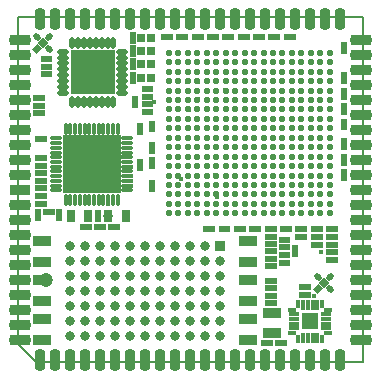
<source format=gts>
G04 Layer_Color=30550*
%FSLAX44Y44*%
%MOMM*%
G71*
G01*
G75*
%ADD33C,0.2000*%
%ADD56R,1.5032X0.9532*%
%ADD57R,0.5032X0.5032*%
%ADD58R,0.5032X0.5032*%
G04:AMPARAMS|DCode=59|XSize=0.5032mm|YSize=0.7032mm|CornerRadius=0mm|HoleSize=0mm|Usage=FLASHONLY|Rotation=135.000|XOffset=0mm|YOffset=0mm|HoleType=Round|Shape=Rectangle|*
%AMROTATEDRECTD59*
4,1,4,0.4265,0.0707,-0.0707,-0.4265,-0.4265,-0.0707,0.0707,0.4265,0.4265,0.0707,0.0*
%
%ADD59ROTATEDRECTD59*%

G04:AMPARAMS|DCode=60|XSize=0.5032mm|YSize=0.7032mm|CornerRadius=0mm|HoleSize=0mm|Usage=FLASHONLY|Rotation=225.000|XOffset=0mm|YOffset=0mm|HoleType=Round|Shape=Round|*
%AMOVALD60*
21,1,0.2000,0.5032,0.0000,0.0000,315.0*
1,1,0.5032,-0.0707,0.0707*
1,1,0.5032,0.0707,-0.0707*
%
%ADD60OVALD60*%

G04:AMPARAMS|DCode=61|XSize=0.5032mm|YSize=0.7032mm|CornerRadius=0mm|HoleSize=0mm|Usage=FLASHONLY|Rotation=135.000|XOffset=0mm|YOffset=0mm|HoleType=Round|Shape=Round|*
%AMOVALD61*
21,1,0.2000,0.5032,0.0000,0.0000,225.0*
1,1,0.5032,0.0707,0.0707*
1,1,0.5032,-0.0707,-0.0707*
%
%ADD61OVALD61*%

%ADD62P,0.9945X4X180.0*%
%ADD63R,1.4032X1.4032*%
%ADD64R,0.4032X0.6532*%
%ADD65R,0.4032X0.9032*%
%ADD66R,0.6532X0.4032*%
%ADD67R,0.9032X0.4032*%
%ADD68R,0.8382X0.8382*%
%ADD69C,0.8382*%
%ADD70R,3.8032X3.8032*%
%ADD71O,0.5032X1.0032*%
%ADD72O,1.0032X0.5032*%
%ADD73C,0.5532*%
%ADD74R,0.8032X1.0032*%
%ADD75O,0.4032X1.0032*%
%ADD76O,1.0032X0.4032*%
%ADD77R,4.9032X4.9032*%
%ADD78R,0.7032X0.7032*%
%ADD79R,1.8032X0.9032*%
G04:AMPARAMS|DCode=80|XSize=0.9032mm|YSize=1.8032mm|CornerRadius=0.2766mm|HoleSize=0mm|Usage=FLASHONLY|Rotation=90.000|XOffset=0mm|YOffset=0mm|HoleType=Round|Shape=RoundedRectangle|*
%AMROUNDEDRECTD80*
21,1,0.9032,1.2500,0,0,90.0*
21,1,0.3500,1.8032,0,0,90.0*
1,1,0.5532,0.6250,0.1750*
1,1,0.5532,0.6250,-0.1750*
1,1,0.5532,-0.6250,-0.1750*
1,1,0.5532,-0.6250,0.1750*
%
%ADD80ROUNDEDRECTD80*%
G04:AMPARAMS|DCode=81|XSize=0.9032mm|YSize=1.8032mm|CornerRadius=0.2766mm|HoleSize=0mm|Usage=FLASHONLY|Rotation=180.000|XOffset=0mm|YOffset=0mm|HoleType=Round|Shape=RoundedRectangle|*
%AMROUNDEDRECTD81*
21,1,0.9032,1.2500,0,0,180.0*
21,1,0.3500,1.8032,0,0,180.0*
1,1,0.5532,-0.1750,0.6250*
1,1,0.5532,0.1750,0.6250*
1,1,0.5532,0.1750,-0.6250*
1,1,0.5532,-0.1750,-0.6250*
%
%ADD81ROUNDEDRECTD81*%
%ADD82C,0.4032*%
%ADD83C,0.6032*%
%ADD84C,0.8032*%
%ADD85C,1.2032*%
D33*
X16200Y-6500D02*
X21900D01*
X28900D02*
X34600D01*
X41600D02*
X47300D01*
X54300D02*
X60000D01*
X67000D02*
X72700D01*
X79700D02*
X85400D01*
X92400D02*
X98100D01*
X105100D02*
X110800D01*
X117800D02*
X123500D01*
X130500D02*
X136200D01*
X143200D02*
X148900D01*
X155900D02*
X161600D01*
X168600D02*
X174300D01*
X181300D02*
X187000D01*
X194000D02*
X199700D01*
X206700D02*
X212400D01*
X219400D02*
X225100D01*
X231846D02*
X237546D01*
X244546D02*
X250246D01*
X257246D02*
X262946D01*
X285900Y257246D02*
Y262946D01*
X285900Y250246D02*
X285900Y244546D01*
Y231846D02*
Y237546D01*
Y219400D02*
Y225100D01*
X285900Y212400D02*
X285900Y206700D01*
Y194000D02*
Y199700D01*
Y181300D02*
Y187000D01*
X285900Y168600D02*
X285900Y174300D01*
Y155900D02*
Y161600D01*
X285900Y148900D02*
X285900Y143200D01*
Y130500D02*
Y136200D01*
Y117800D02*
Y123500D01*
X285900Y105100D02*
X285900Y110800D01*
Y92400D02*
Y98100D01*
X285900Y85400D02*
X285900Y79700D01*
Y67000D02*
Y72700D01*
Y54300D02*
Y60000D01*
X285900Y41600D02*
Y47300D01*
X285900Y28900D02*
Y34600D01*
X285900Y21900D02*
X285900Y16200D01*
X16454Y285900D02*
X22154D01*
X29154Y285900D02*
X34854Y285900D01*
X41854D02*
X47554D01*
X54300D02*
X60000D01*
X67000Y285900D02*
X72700Y285900D01*
X79700D02*
X85400D01*
X92400D02*
X98100D01*
X105100D02*
X110800Y285900D01*
X117800Y285900D02*
X123500D01*
X130500Y285900D02*
X136200Y285900D01*
X143200D02*
X148900D01*
X155900D02*
X161600D01*
X168600D02*
X174300Y285900D01*
X181300Y285900D02*
X187000D01*
X194000Y285900D02*
X199700Y285900D01*
X206700D02*
X212400D01*
X219400D02*
X225100D01*
X232100Y285900D02*
X237800D01*
X244800Y285900D02*
X250500D01*
X257500Y285900D02*
X263200Y285900D01*
X-6500Y16454D02*
Y22154D01*
Y34854D02*
X-6500Y29154D01*
X-6500Y41854D02*
Y47554D01*
Y54300D02*
Y60000D01*
Y72700D02*
X-6500Y67000D01*
X-6500Y79700D02*
Y85400D01*
Y92400D02*
Y98100D01*
Y105100D02*
X-6500Y110800D01*
X-6500Y117800D02*
Y123500D01*
Y136200D02*
X-6500Y130500D01*
X-6500Y143200D02*
Y148900D01*
Y155900D02*
Y161600D01*
Y168600D02*
X-6500Y174300D01*
X-6500Y181300D02*
Y187000D01*
Y199700D02*
X-6500Y194000D01*
X-6500Y206700D02*
Y212400D01*
Y219400D02*
Y225100D01*
X-6500Y232100D02*
Y237800D01*
X-6500Y244800D02*
Y250500D01*
Y263200D02*
X-6500Y257500D01*
X-6500Y269946D02*
Y285900D01*
X9454D01*
X285900Y269946D02*
Y285900D01*
X269946D02*
X285900D01*
X269946Y-6500D02*
X285900D01*
Y9454D01*
X-6500D02*
X9454Y-6500D01*
X-11176Y137160D02*
Y142240D01*
X-10470Y142946D02*
X-6500D01*
X-10470Y136454D02*
X-6500D01*
X-11176Y142240D02*
X-10470Y142946D01*
X-11176Y137160D02*
X-10470Y136454D01*
X-11176Y124460D02*
Y129540D01*
X-10470Y130246D02*
X-6500D01*
X-10470Y123754D02*
X-6500D01*
X-11176Y129540D02*
X-10470Y130246D01*
X-11176Y124460D02*
X-10470Y123754D01*
X-11176Y111760D02*
Y116840D01*
X-10470Y117546D02*
X-6500D01*
X-10470Y111054D02*
X-6500D01*
X-11176Y116840D02*
X-10470Y117546D01*
X-11176Y111760D02*
X-10470Y111054D01*
X-11176Y99060D02*
Y104140D01*
X-10470Y104846D02*
X-6500D01*
X-10470Y98354D02*
X-6500D01*
X-11176Y104140D02*
X-10470Y104846D01*
X-11176Y99060D02*
X-10470Y98354D01*
X-11176Y86360D02*
Y91440D01*
X-10470Y92146D02*
X-6500D01*
X-10470Y85654D02*
X-6500D01*
X-11176Y91440D02*
X-10470Y92146D01*
X-11176Y86360D02*
X-10470Y85654D01*
X-11176Y73660D02*
Y78740D01*
X-10470Y79446D02*
X-6500D01*
X-10470Y72954D02*
X-6500D01*
X-11176Y78740D02*
X-10470Y79446D01*
X-11176Y73660D02*
X-10470Y72954D01*
X-11176Y60960D02*
Y66040D01*
X-10470Y66746D02*
X-6500D01*
X-10470Y60254D02*
X-6500D01*
X-11176Y66040D02*
X-10470Y66746D01*
X-11176Y60960D02*
X-10470Y60254D01*
X-11176Y48260D02*
Y53340D01*
X-10470Y54046D02*
X-6500D01*
X-10470Y47554D02*
X-6500D01*
X-11176Y53340D02*
X-10470Y54046D01*
X-11176Y48260D02*
X-10470Y47554D01*
X-11176Y35560D02*
Y40640D01*
X-10470Y41346D02*
X-6500D01*
X-10470Y34854D02*
X-6500D01*
X-11176Y40640D02*
X-10470Y41346D01*
X-11176Y35560D02*
X-10470Y34854D01*
X-11176Y22860D02*
Y27940D01*
X-10470Y28646D02*
X-6500D01*
X-10470Y22154D02*
X-6500D01*
X-11176Y27940D02*
X-10470Y28646D01*
X-11176Y22860D02*
X-10470Y22154D01*
X-11176Y10160D02*
Y15240D01*
X-10470Y15946D02*
X-6500D01*
X-10470Y9454D02*
X-6500D01*
X-11176Y15240D02*
X-10470Y15946D01*
X-11176Y10160D02*
X-10470Y9454D01*
X10160Y-11176D02*
X15240D01*
X9454Y-10470D02*
Y-6500D01*
X15946Y-10470D02*
Y-6500D01*
X9454Y-10470D02*
X10160Y-11176D01*
X15240D02*
X15946Y-10470D01*
X22860Y-11176D02*
X27940D01*
X22154Y-10470D02*
Y-6500D01*
X28646Y-10470D02*
Y-6500D01*
X22154Y-10470D02*
X22860Y-11176D01*
X27940D02*
X28646Y-10470D01*
X35560Y-11176D02*
X40640D01*
X34854Y-10470D02*
Y-6500D01*
X41346Y-10470D02*
Y-6500D01*
X34854Y-10470D02*
X35560Y-11176D01*
X40640D02*
X41346Y-10470D01*
X48260Y-11176D02*
X53340D01*
X47554Y-10470D02*
Y-6500D01*
X54046Y-10470D02*
Y-6500D01*
X47554Y-10470D02*
X48260Y-11176D01*
X53340D02*
X54046Y-10470D01*
X60960Y-11176D02*
X66040D01*
X60254Y-10470D02*
Y-6500D01*
X66746Y-10470D02*
Y-6500D01*
X60254Y-10470D02*
X60960Y-11176D01*
X66040D02*
X66746Y-10470D01*
X73660Y-11176D02*
X78740D01*
X72954Y-10470D02*
Y-6500D01*
X79446Y-10470D02*
Y-6500D01*
X72954Y-10470D02*
X73660Y-11176D01*
X78740D02*
X79446Y-10470D01*
X86360Y-11176D02*
X91440D01*
X85654Y-10470D02*
Y-6500D01*
X92146Y-10470D02*
Y-6500D01*
X85654Y-10470D02*
X86360Y-11176D01*
X91440D02*
X92146Y-10470D01*
X99060Y-11176D02*
X104140D01*
X98354Y-10470D02*
Y-6500D01*
X104846Y-10470D02*
Y-6500D01*
X98354Y-10470D02*
X99060Y-11176D01*
X104140D02*
X104846Y-10470D01*
X111760Y-11176D02*
X116840D01*
X111054Y-10470D02*
Y-6500D01*
X117546Y-10470D02*
Y-6500D01*
X111054Y-10470D02*
X111760Y-11176D01*
X116840D02*
X117546Y-10470D01*
X124460Y-11176D02*
X129540D01*
X123754Y-10470D02*
Y-6500D01*
X130246Y-10470D02*
Y-6500D01*
X123754Y-10470D02*
X124460Y-11176D01*
X129540D02*
X130246Y-10470D01*
X137160Y-11176D02*
X142240D01*
X136454Y-10470D02*
Y-6500D01*
X142946Y-10470D02*
Y-6500D01*
X136454Y-10470D02*
X137160Y-11176D01*
X142240D02*
X142946Y-10470D01*
X149860Y-11176D02*
X154940D01*
X149154Y-10470D02*
Y-6500D01*
X155646Y-10470D02*
Y-6500D01*
X149154Y-10470D02*
X149860Y-11176D01*
X154940D02*
X155646Y-10470D01*
X162560Y-11176D02*
X167640D01*
X161854Y-10470D02*
Y-6500D01*
X168346Y-10470D02*
Y-6500D01*
X161854Y-10470D02*
X162560Y-11176D01*
X167640D02*
X168346Y-10470D01*
X175260Y-11176D02*
X180340D01*
X174554Y-10470D02*
Y-6500D01*
X181046Y-10470D02*
Y-6500D01*
X174554Y-10470D02*
X175260Y-11176D01*
X180340D02*
X181046Y-10470D01*
X187960Y-11176D02*
X193040D01*
X187254Y-10470D02*
Y-6500D01*
X193746Y-10470D02*
Y-6500D01*
X187254Y-10470D02*
X187960Y-11176D01*
X193040D02*
X193746Y-10470D01*
X200660Y-11176D02*
X205740D01*
X199954Y-10470D02*
Y-6500D01*
X206446Y-10470D02*
Y-6500D01*
X199954Y-10470D02*
X200660Y-11176D01*
X205740D02*
X206446Y-10470D01*
X213360Y-11176D02*
X218440D01*
X212654Y-10470D02*
Y-6500D01*
X219146Y-10470D02*
Y-6500D01*
X212654Y-10470D02*
X213360Y-11176D01*
X218440D02*
X219146Y-10470D01*
X226060Y-11176D02*
X231140D01*
X225354Y-10470D02*
Y-6500D01*
X231846Y-10470D02*
Y-6500D01*
X225354Y-10470D02*
X226060Y-11176D01*
X231140D02*
X231846Y-10470D01*
X238760Y-11176D02*
X243840D01*
X238054Y-10470D02*
Y-6500D01*
X244546Y-10470D02*
Y-6500D01*
X238054Y-10470D02*
X238760Y-11176D01*
X243840D02*
X244546Y-10470D01*
X251460Y-11176D02*
X256540D01*
X250754Y-10470D02*
Y-6500D01*
X257246Y-10470D02*
Y-6500D01*
X250754Y-10470D02*
X251460Y-11176D01*
X256540D02*
X257246Y-10470D01*
X264160Y-11176D02*
X269240D01*
X263454Y-10470D02*
Y-6500D01*
X269946Y-10470D02*
Y-6500D01*
X263454Y-10470D02*
X264160Y-11176D01*
X269240D02*
X269946Y-10470D01*
X290576Y10160D02*
Y15240D01*
X285900Y9454D02*
X289870D01*
X285900Y15946D02*
X289870D01*
Y9454D02*
X290576Y10160D01*
X289870Y15946D02*
X290576Y15240D01*
Y22860D02*
Y27940D01*
X285900Y22154D02*
X289870D01*
X285900Y28646D02*
X289870D01*
Y22154D02*
X290576Y22860D01*
X289870Y28646D02*
X290576Y27940D01*
Y35560D02*
Y40640D01*
X285900Y34854D02*
X289870D01*
X285900Y41346D02*
X289870D01*
Y34854D02*
X290576Y35560D01*
X289870Y41346D02*
X290576Y40640D01*
Y48260D02*
Y53340D01*
X285900Y47554D02*
X289870D01*
X285900Y54046D02*
X289870D01*
Y47554D02*
X290576Y48260D01*
X289870Y54046D02*
X290576Y53340D01*
Y60960D02*
Y66040D01*
X285900Y60254D02*
X289870D01*
X285900Y66746D02*
X289870D01*
Y60254D02*
X290576Y60960D01*
X289870Y66746D02*
X290576Y66040D01*
Y73660D02*
Y78740D01*
X285900Y72954D02*
X289870D01*
X285900Y79446D02*
X289870D01*
Y72954D02*
X290576Y73660D01*
X289870Y79446D02*
X290576Y78740D01*
Y86360D02*
Y91440D01*
X285900Y85654D02*
X289870D01*
X285900Y92146D02*
X289870D01*
Y85654D02*
X290576Y86360D01*
X289870Y92146D02*
X290576Y91440D01*
Y99060D02*
Y104140D01*
X285900Y98354D02*
X289870D01*
X285900Y104846D02*
X289870D01*
Y98354D02*
X290576Y99060D01*
X289870Y104846D02*
X290576Y104140D01*
Y111760D02*
Y116840D01*
X285900Y111054D02*
X289870D01*
X285900Y117546D02*
X289870D01*
Y111054D02*
X290576Y111760D01*
X289870Y117546D02*
X290576Y116840D01*
Y124460D02*
Y129540D01*
X285900Y123754D02*
X289870D01*
X285900Y130246D02*
X289870D01*
Y123754D02*
X290576Y124460D01*
X289870Y130246D02*
X290576Y129540D01*
Y137160D02*
Y142240D01*
X285900Y136454D02*
X289870D01*
X285900Y142946D02*
X289870D01*
Y136454D02*
X290576Y137160D01*
X289870Y142946D02*
X290576Y142240D01*
Y149860D02*
Y154940D01*
X285900Y149154D02*
X289870D01*
X285900Y155646D02*
X289870D01*
Y149154D02*
X290576Y149860D01*
X289870Y155646D02*
X290576Y154940D01*
Y162560D02*
Y167640D01*
X285900Y161854D02*
X289870D01*
X285900Y168346D02*
X289870D01*
Y161854D02*
X290576Y162560D01*
X289870Y168346D02*
X290576Y167640D01*
Y175260D02*
Y180340D01*
X285900Y174554D02*
X289870D01*
X285900Y181046D02*
X289870D01*
Y174554D02*
X290576Y175260D01*
X289870Y181046D02*
X290576Y180340D01*
Y187960D02*
Y193040D01*
X285900Y187254D02*
X289870D01*
X285900Y193746D02*
X289870D01*
Y187254D02*
X290576Y187960D01*
X289870Y193746D02*
X290576Y193040D01*
Y200660D02*
Y205740D01*
X285900Y199954D02*
X289870D01*
X285900Y206446D02*
X289870D01*
Y199954D02*
X290576Y200660D01*
X289870Y206446D02*
X290576Y205740D01*
Y213360D02*
Y218440D01*
X285900Y212654D02*
X289870D01*
X285900Y219146D02*
X289870D01*
Y212654D02*
X290576Y213360D01*
X289870Y219146D02*
X290576Y218440D01*
Y226060D02*
Y231140D01*
X285900Y225354D02*
X289870D01*
X285900Y231846D02*
X289870D01*
Y225354D02*
X290576Y226060D01*
X289870Y231846D02*
X290576Y231140D01*
Y238760D02*
Y243840D01*
X285900Y238054D02*
X289870D01*
X285900Y244546D02*
X289870D01*
Y238054D02*
X290576Y238760D01*
X289870Y244546D02*
X290576Y243840D01*
Y251460D02*
Y256540D01*
X285900Y250754D02*
X289870D01*
X285900Y257246D02*
X289870D01*
Y250754D02*
X290576Y251460D01*
X289870Y257246D02*
X290576Y256540D01*
Y264160D02*
Y269240D01*
X285900Y263454D02*
X289870D01*
X285900Y269946D02*
X289870D01*
Y263454D02*
X290576Y264160D01*
X289870Y269946D02*
X290576Y269240D01*
X264160Y290576D02*
X269240D01*
X269946Y285900D02*
Y289870D01*
X263454Y285900D02*
Y289870D01*
X269240Y290576D02*
X269946Y289870D01*
X263454D02*
X264160Y290576D01*
X251460D02*
X256540D01*
X257246Y285900D02*
Y289870D01*
X250754Y285900D02*
Y289870D01*
X256540Y290576D02*
X257246Y289870D01*
X250754D02*
X251460Y290576D01*
X238760D02*
X243840D01*
X244546Y285900D02*
Y289870D01*
X238054Y285900D02*
Y289870D01*
X243840Y290576D02*
X244546Y289870D01*
X238054D02*
X238760Y290576D01*
X226060D02*
X231140D01*
X231846Y285900D02*
Y289870D01*
X225354Y285900D02*
Y289870D01*
X231140Y290576D02*
X231846Y289870D01*
X225354D02*
X226060Y290576D01*
X213360D02*
X218440D01*
X219146Y285900D02*
Y289870D01*
X212654Y285900D02*
Y289870D01*
X218440Y290576D02*
X219146Y289870D01*
X212654D02*
X213360Y290576D01*
X200660D02*
X205740D01*
X206446Y285900D02*
Y289870D01*
X199954Y285900D02*
Y289870D01*
X205740Y290576D02*
X206446Y289870D01*
X199954D02*
X200660Y290576D01*
X187960D02*
X193040D01*
X193746Y285900D02*
Y289870D01*
X187254Y285900D02*
Y289870D01*
X193040Y290576D02*
X193746Y289870D01*
X187254D02*
X187960Y290576D01*
X175260D02*
X180340D01*
X181046Y285900D02*
Y289870D01*
X174554Y285900D02*
Y289870D01*
X180340Y290576D02*
X181046Y289870D01*
X174554D02*
X175260Y290576D01*
X162560D02*
X167640D01*
X168346Y285900D02*
Y289870D01*
X161854Y285900D02*
Y289870D01*
X167640Y290576D02*
X168346Y289870D01*
X161854D02*
X162560Y290576D01*
X149860D02*
X154940D01*
X155646Y285900D02*
Y289870D01*
X149154Y285900D02*
Y289870D01*
X154940Y290576D02*
X155646Y289870D01*
X149154D02*
X149860Y290576D01*
X137160D02*
X142240D01*
X142946Y285900D02*
Y289870D01*
X136454Y285900D02*
Y289870D01*
X142240Y290576D02*
X142946Y289870D01*
X136454D02*
X137160Y290576D01*
X124460D02*
X129540D01*
X130246Y285900D02*
Y289870D01*
X123754Y285900D02*
Y289870D01*
X129540Y290576D02*
X130246Y289870D01*
X123754D02*
X124460Y290576D01*
X111760D02*
X116840D01*
X117546Y285900D02*
Y289870D01*
X111054Y285900D02*
Y289870D01*
X116840Y290576D02*
X117546Y289870D01*
X111054D02*
X111760Y290576D01*
X99060D02*
X104140D01*
X104846Y285900D02*
Y289870D01*
X98354Y285900D02*
Y289870D01*
X104140Y290576D02*
X104846Y289870D01*
X98354D02*
X99060Y290576D01*
X86360D02*
X91440D01*
X92146Y285900D02*
Y289870D01*
X85654Y285900D02*
Y289870D01*
X91440Y290576D02*
X92146Y289870D01*
X85654D02*
X86360Y290576D01*
X73660D02*
X78740D01*
X79446Y285900D02*
Y289870D01*
X72954Y285900D02*
Y289870D01*
X78740Y290576D02*
X79446Y289870D01*
X72954D02*
X73660Y290576D01*
X60960D02*
X66040D01*
X66746Y285900D02*
Y289870D01*
X60254Y285900D02*
Y289870D01*
X66040Y290576D02*
X66746Y289870D01*
X60254D02*
X60960Y290576D01*
X48260D02*
X53340D01*
X54046Y285900D02*
Y289870D01*
X47554Y285900D02*
Y289870D01*
X53340Y290576D02*
X54046Y289870D01*
X47554D02*
X48260Y290576D01*
X35560D02*
X40640D01*
X41346Y285900D02*
Y289870D01*
X34854Y285900D02*
Y289870D01*
X40640Y290576D02*
X41346Y289870D01*
X34854D02*
X35560Y290576D01*
X22860D02*
X27940D01*
X28646Y285900D02*
Y289870D01*
X22154Y285900D02*
Y289870D01*
X27940Y290576D02*
X28646Y289870D01*
X22154D02*
X22860Y290576D01*
X10160D02*
X15240D01*
X15946Y285900D02*
Y289870D01*
X9454Y285900D02*
Y289870D01*
X15240Y290576D02*
X15946Y289870D01*
X9454D02*
X10160Y290576D01*
X-11176Y264160D02*
Y269240D01*
X-10470Y269946D02*
X-6500D01*
X-10470Y263454D02*
X-6500D01*
X-11176Y269240D02*
X-10470Y269946D01*
X-11176Y264160D02*
X-10470Y263454D01*
X-11176Y251460D02*
Y256540D01*
X-10470Y257246D02*
X-6500D01*
X-10470Y250754D02*
X-6500D01*
X-11176Y256540D02*
X-10470Y257246D01*
X-11176Y251460D02*
X-10470Y250754D01*
X-11176Y238760D02*
Y243840D01*
X-10470Y244546D02*
X-6500D01*
X-10470Y238054D02*
X-6500D01*
X-11176Y243840D02*
X-10470Y244546D01*
X-11176Y238760D02*
X-10470Y238054D01*
X-11176Y226060D02*
Y231140D01*
X-10470Y231846D02*
X-6500D01*
X-10470Y225354D02*
X-6500D01*
X-11176Y231140D02*
X-10470Y231846D01*
X-11176Y226060D02*
X-10470Y225354D01*
X-11176Y213360D02*
Y218440D01*
X-10470Y219146D02*
X-6500D01*
X-10470Y212654D02*
X-6500D01*
X-11176Y218440D02*
X-10470Y219146D01*
X-11176Y213360D02*
X-10470Y212654D01*
X-11176Y200660D02*
Y205740D01*
X-10470Y206446D02*
X-6500D01*
X-10470Y199954D02*
X-6500D01*
X-11176Y205740D02*
X-10470Y206446D01*
X-11176Y200660D02*
X-10470Y199954D01*
X-11176Y187960D02*
Y193040D01*
X-10470Y193746D02*
X-6500D01*
X-10470Y187254D02*
X-6500D01*
X-11176Y193040D02*
X-10470Y193746D01*
X-11176Y187960D02*
X-10470Y187254D01*
X-11176Y175260D02*
Y180340D01*
X-10470Y181046D02*
X-6500D01*
X-10470Y174554D02*
X-6500D01*
X-11176Y180340D02*
X-10470Y181046D01*
X-11176Y175260D02*
X-10470Y174554D01*
X-11176Y162560D02*
Y167640D01*
X-10470Y168346D02*
X-6500D01*
X-10470Y161854D02*
X-6500D01*
X-11176Y167640D02*
X-10470Y168346D01*
X-11176Y162560D02*
X-10470Y161854D01*
X-11176Y149860D02*
Y154940D01*
X-10470Y155646D02*
X-6500D01*
X-10470Y149154D02*
X-6500D01*
X-11176Y154940D02*
X-10470Y155646D01*
X-11176Y149860D02*
X-10470Y149154D01*
D56*
X188300Y78500D02*
D03*
X188300Y96000D02*
D03*
Y63000D02*
D03*
X188300Y45500D02*
D03*
X188300Y30000D02*
D03*
Y12500D02*
D03*
X14300Y30000D02*
D03*
X14300Y12500D02*
D03*
X14300Y63000D02*
D03*
X14300Y45500D02*
D03*
X14300Y78500D02*
D03*
X14300Y96000D02*
D03*
X209250Y35750D02*
D03*
Y18250D02*
D03*
D57*
X10500Y128000D02*
D03*
X15500D02*
D03*
X15500Y237500D02*
D03*
X20500D02*
D03*
X15500Y244000D02*
D03*
X20500D02*
D03*
X239250Y50750D02*
D03*
X234250D02*
D03*
X15500Y147500D02*
D03*
X10500D02*
D03*
X17500Y120500D02*
D03*
X22500D02*
D03*
X10500Y141250D02*
D03*
X15500D02*
D03*
X10500Y183000D02*
D03*
X15500D02*
D03*
X10500Y134250D02*
D03*
X15500D02*
D03*
X10500Y160000D02*
D03*
X15500D02*
D03*
X10500Y153750D02*
D03*
X15500D02*
D03*
X234250Y57250D02*
D03*
X239250D02*
D03*
X15500Y166250D02*
D03*
X10500D02*
D03*
X54000Y108250D02*
D03*
X49000D02*
D03*
X66000Y108250D02*
D03*
X61000D02*
D03*
X78000D02*
D03*
X73000D02*
D03*
X20500Y250500D02*
D03*
X15500D02*
D03*
X205250Y43750D02*
D03*
X210250D02*
D03*
X217000Y91000D02*
D03*
X222000D02*
D03*
X205250Y106250D02*
D03*
X210250D02*
D03*
X219000Y10000D02*
D03*
X214000D02*
D03*
X9500Y205000D02*
D03*
X14500D02*
D03*
X9500Y211000D02*
D03*
X14500D02*
D03*
Y217000D02*
D03*
X9500D02*
D03*
X202000Y10000D02*
D03*
X207000D02*
D03*
X205250Y50000D02*
D03*
X210250D02*
D03*
X205250Y56250D02*
D03*
X210250D02*
D03*
X205250Y62500D02*
D03*
X210250D02*
D03*
X205250Y75000D02*
D03*
X210250D02*
D03*
X205250Y93750D02*
D03*
X210250D02*
D03*
X205250Y100000D02*
D03*
X210250D02*
D03*
X217000Y97500D02*
D03*
X222000D02*
D03*
X222000Y84500D02*
D03*
X217000D02*
D03*
X117500Y269250D02*
D03*
X122500D02*
D03*
X208500D02*
D03*
X213500D02*
D03*
X106000Y212000D02*
D03*
X101000D02*
D03*
X101000Y218500D02*
D03*
X106000D02*
D03*
X156500Y269250D02*
D03*
X161500D02*
D03*
X135500D02*
D03*
X130500D02*
D03*
X106000Y225000D02*
D03*
X101000D02*
D03*
Y205500D02*
D03*
X106000D02*
D03*
X143500Y269250D02*
D03*
X148500D02*
D03*
X169500Y269250D02*
D03*
X174500D02*
D03*
X187500D02*
D03*
X182500D02*
D03*
X195500D02*
D03*
X200500D02*
D03*
X226500D02*
D03*
X221500D02*
D03*
X218250Y106250D02*
D03*
X223250D02*
D03*
X249250D02*
D03*
X244250D02*
D03*
X192250D02*
D03*
X197250D02*
D03*
X153250Y106250D02*
D03*
X158250D02*
D03*
X179250D02*
D03*
X184250D02*
D03*
X171250Y106250D02*
D03*
X166250D02*
D03*
X236250D02*
D03*
X231250D02*
D03*
X249250Y99750D02*
D03*
X244250D02*
D03*
X210250Y81250D02*
D03*
X205250D02*
D03*
X222000Y78000D02*
D03*
X217000D02*
D03*
X210250Y87500D02*
D03*
X205250D02*
D03*
X236250Y99750D02*
D03*
X231250D02*
D03*
X244250Y93250D02*
D03*
X249250D02*
D03*
X262250Y86750D02*
D03*
X257250D02*
D03*
X262250Y93250D02*
D03*
X257250D02*
D03*
X262250Y106250D02*
D03*
X257250D02*
D03*
X262250Y99750D02*
D03*
X257250D02*
D03*
X262250Y80250D02*
D03*
X257250D02*
D03*
D58*
X93000Y216750D02*
D03*
Y211750D02*
D03*
X29000Y115500D02*
D03*
Y120500D02*
D03*
X10750Y115500D02*
D03*
Y120500D02*
D03*
X62000Y115250D02*
D03*
Y120250D02*
D03*
X97000Y163250D02*
D03*
Y158250D02*
D03*
Y193750D02*
D03*
Y188750D02*
D03*
X91000Y265500D02*
D03*
Y270500D02*
D03*
Y259500D02*
D03*
Y254500D02*
D03*
Y248500D02*
D03*
Y243500D02*
D03*
Y231500D02*
D03*
Y236500D02*
D03*
X228250Y85250D02*
D03*
Y90250D02*
D03*
X270250Y257500D02*
D03*
Y262500D02*
D03*
X270250Y236500D02*
D03*
Y231500D02*
D03*
Y218500D02*
D03*
Y223500D02*
D03*
Y210500D02*
D03*
Y205500D02*
D03*
Y192500D02*
D03*
Y197500D02*
D03*
X107500Y190750D02*
D03*
Y195750D02*
D03*
X270250Y180750D02*
D03*
Y175750D02*
D03*
Y167750D02*
D03*
Y162750D02*
D03*
Y149750D02*
D03*
Y154750D02*
D03*
X107500Y177250D02*
D03*
Y172250D02*
D03*
Y160250D02*
D03*
Y165250D02*
D03*
Y145250D02*
D03*
Y140250D02*
D03*
D59*
X248250Y56000D02*
D03*
X10000Y259000D02*
D03*
D60*
X258250Y56000D02*
D03*
X248250Y66000D02*
D03*
X10000Y269000D02*
D03*
X20000Y259000D02*
D03*
D61*
X258250Y66000D02*
D03*
X20000Y269000D02*
D03*
D62*
X253250Y61000D02*
D03*
X15000Y264000D02*
D03*
D63*
X241250Y28250D02*
D03*
D64*
X231250Y43250D02*
D03*
X251250D02*
D03*
Y13250D02*
D03*
X231250Y13250D02*
D03*
D65*
X235250Y42000D02*
D03*
X239250D02*
D03*
X243250D02*
D03*
X247250D02*
D03*
Y14500D02*
D03*
X243250D02*
D03*
X239250D02*
D03*
X235250D02*
D03*
D66*
X256250Y38250D02*
D03*
X256250Y18250D02*
D03*
X226250D02*
D03*
Y38250D02*
D03*
D67*
X255000Y34250D02*
D03*
Y30250D02*
D03*
Y26250D02*
D03*
Y22250D02*
D03*
X227500D02*
D03*
Y26250D02*
D03*
Y30250D02*
D03*
Y34250D02*
D03*
D68*
X164800Y92350D02*
D03*
D69*
X164800Y79650D02*
D03*
X164800Y66950D02*
D03*
Y54250D02*
D03*
Y41550D02*
D03*
Y28850D02*
D03*
X164800Y16150D02*
D03*
X152100Y92350D02*
D03*
Y79650D02*
D03*
X152100Y66950D02*
D03*
X152100Y54250D02*
D03*
X152100Y41550D02*
D03*
X152100Y28850D02*
D03*
Y16150D02*
D03*
X139400Y92350D02*
D03*
Y79650D02*
D03*
X139400Y66950D02*
D03*
X139400Y54250D02*
D03*
X139400Y41550D02*
D03*
Y28850D02*
D03*
X139400Y16150D02*
D03*
X126700Y92350D02*
D03*
Y79650D02*
D03*
X126700Y66950D02*
D03*
X126700Y54250D02*
D03*
X126700Y41550D02*
D03*
X126700Y28850D02*
D03*
Y16150D02*
D03*
X114000Y92350D02*
D03*
Y79650D02*
D03*
Y66950D02*
D03*
X114000Y54250D02*
D03*
X114000Y41550D02*
D03*
Y28850D02*
D03*
Y16150D02*
D03*
X101300Y92350D02*
D03*
X101300Y79650D02*
D03*
Y66950D02*
D03*
X101300Y54250D02*
D03*
Y41550D02*
D03*
Y28850D02*
D03*
X101300Y16150D02*
D03*
X88600Y92350D02*
D03*
X88600Y79650D02*
D03*
Y66950D02*
D03*
X88600Y54250D02*
D03*
X88600Y41550D02*
D03*
Y28850D02*
D03*
X88600Y16150D02*
D03*
X75900Y92350D02*
D03*
X75900Y79650D02*
D03*
X75900Y66950D02*
D03*
X75900Y54250D02*
D03*
X75900Y41550D02*
D03*
Y28850D02*
D03*
X75900Y16150D02*
D03*
X63200Y92350D02*
D03*
Y79650D02*
D03*
X63200Y66950D02*
D03*
X63200Y54250D02*
D03*
X63200Y41550D02*
D03*
X63200Y28850D02*
D03*
Y16150D02*
D03*
X50500Y92350D02*
D03*
Y79650D02*
D03*
Y66950D02*
D03*
X50500Y54250D02*
D03*
X50500Y41550D02*
D03*
Y28850D02*
D03*
Y16150D02*
D03*
X37800Y92350D02*
D03*
Y79650D02*
D03*
X37800Y66950D02*
D03*
X37800Y54250D02*
D03*
X37800Y41550D02*
D03*
X37800Y28850D02*
D03*
Y16150D02*
D03*
D70*
X57170Y239150D02*
D03*
D71*
X39670Y264150D02*
D03*
X44670D02*
D03*
X49670D02*
D03*
X54670Y264150D02*
D03*
X59670D02*
D03*
X64670D02*
D03*
X69670D02*
D03*
X74670D02*
D03*
Y214150D02*
D03*
X69670D02*
D03*
X64670D02*
D03*
X59670Y214150D02*
D03*
X54670D02*
D03*
X49670Y214150D02*
D03*
X44670D02*
D03*
X39670D02*
D03*
D72*
X82170Y256650D02*
D03*
Y251650D02*
D03*
Y246650D02*
D03*
Y241650D02*
D03*
Y236650D02*
D03*
X82170Y231650D02*
D03*
Y226650D02*
D03*
Y221650D02*
D03*
X32170D02*
D03*
Y226650D02*
D03*
Y231650D02*
D03*
Y236650D02*
D03*
Y241650D02*
D03*
Y246650D02*
D03*
Y251650D02*
D03*
Y256650D02*
D03*
D73*
X121750Y119750D02*
D03*
Y127750D02*
D03*
Y135750D02*
D03*
Y143750D02*
D03*
Y151750D02*
D03*
Y159750D02*
D03*
Y167750D02*
D03*
Y175750D02*
D03*
Y183750D02*
D03*
Y191750D02*
D03*
Y199750D02*
D03*
Y207750D02*
D03*
Y215750D02*
D03*
Y223750D02*
D03*
Y231750D02*
D03*
Y239750D02*
D03*
Y247750D02*
D03*
Y255750D02*
D03*
X129750Y119750D02*
D03*
Y127750D02*
D03*
Y135750D02*
D03*
Y143750D02*
D03*
Y151750D02*
D03*
Y159750D02*
D03*
Y167750D02*
D03*
Y175750D02*
D03*
Y183750D02*
D03*
Y191750D02*
D03*
Y199750D02*
D03*
Y207750D02*
D03*
Y215750D02*
D03*
Y223750D02*
D03*
Y231750D02*
D03*
Y239750D02*
D03*
Y247750D02*
D03*
Y255750D02*
D03*
X137750Y119750D02*
D03*
Y127750D02*
D03*
Y135750D02*
D03*
Y143750D02*
D03*
Y151750D02*
D03*
Y159750D02*
D03*
Y167750D02*
D03*
Y175750D02*
D03*
Y183750D02*
D03*
Y191750D02*
D03*
Y199750D02*
D03*
Y207750D02*
D03*
Y215750D02*
D03*
Y223750D02*
D03*
Y231750D02*
D03*
Y239750D02*
D03*
Y247750D02*
D03*
Y255750D02*
D03*
X145750Y119750D02*
D03*
Y127750D02*
D03*
Y135750D02*
D03*
Y143750D02*
D03*
Y151750D02*
D03*
Y159750D02*
D03*
Y167750D02*
D03*
Y175750D02*
D03*
Y183750D02*
D03*
Y191750D02*
D03*
Y199750D02*
D03*
Y207750D02*
D03*
Y215750D02*
D03*
Y223750D02*
D03*
Y231750D02*
D03*
Y239750D02*
D03*
Y247750D02*
D03*
Y255750D02*
D03*
X153750Y119750D02*
D03*
Y127750D02*
D03*
Y135750D02*
D03*
Y143750D02*
D03*
Y151750D02*
D03*
Y159750D02*
D03*
Y167750D02*
D03*
Y175750D02*
D03*
Y183750D02*
D03*
Y191750D02*
D03*
Y199750D02*
D03*
Y207750D02*
D03*
Y215750D02*
D03*
Y223750D02*
D03*
Y231750D02*
D03*
Y239750D02*
D03*
Y247750D02*
D03*
Y255750D02*
D03*
X161750Y119750D02*
D03*
Y127750D02*
D03*
Y135750D02*
D03*
Y143750D02*
D03*
Y151750D02*
D03*
Y159750D02*
D03*
Y167750D02*
D03*
Y175750D02*
D03*
Y183750D02*
D03*
Y191750D02*
D03*
Y199750D02*
D03*
Y207750D02*
D03*
Y215750D02*
D03*
Y223750D02*
D03*
Y231750D02*
D03*
Y239750D02*
D03*
Y247750D02*
D03*
Y255750D02*
D03*
X169750Y119750D02*
D03*
Y127750D02*
D03*
Y135750D02*
D03*
Y143750D02*
D03*
Y151750D02*
D03*
Y159750D02*
D03*
Y167750D02*
D03*
Y175750D02*
D03*
Y183750D02*
D03*
Y191750D02*
D03*
Y199750D02*
D03*
Y207750D02*
D03*
Y215750D02*
D03*
Y223750D02*
D03*
Y231750D02*
D03*
Y239750D02*
D03*
Y247750D02*
D03*
Y255750D02*
D03*
X177750Y119750D02*
D03*
Y127750D02*
D03*
Y135750D02*
D03*
Y143750D02*
D03*
Y151750D02*
D03*
Y159750D02*
D03*
Y167750D02*
D03*
Y175750D02*
D03*
Y183750D02*
D03*
Y191750D02*
D03*
Y199750D02*
D03*
Y207750D02*
D03*
Y215750D02*
D03*
Y223750D02*
D03*
Y231750D02*
D03*
Y239750D02*
D03*
Y247750D02*
D03*
Y255750D02*
D03*
X185750Y119750D02*
D03*
Y127750D02*
D03*
Y135750D02*
D03*
Y143750D02*
D03*
Y151750D02*
D03*
Y159750D02*
D03*
Y167750D02*
D03*
Y175750D02*
D03*
Y183750D02*
D03*
Y191750D02*
D03*
Y199750D02*
D03*
Y207750D02*
D03*
Y215750D02*
D03*
Y223750D02*
D03*
Y231750D02*
D03*
Y239750D02*
D03*
Y247750D02*
D03*
Y255750D02*
D03*
X193750Y119750D02*
D03*
Y127750D02*
D03*
Y135750D02*
D03*
Y143750D02*
D03*
Y151750D02*
D03*
Y159750D02*
D03*
Y167750D02*
D03*
Y175750D02*
D03*
Y183750D02*
D03*
Y191750D02*
D03*
Y199750D02*
D03*
Y207750D02*
D03*
Y215750D02*
D03*
Y223750D02*
D03*
Y231750D02*
D03*
Y239750D02*
D03*
Y247750D02*
D03*
Y255750D02*
D03*
X201750Y119750D02*
D03*
Y127750D02*
D03*
Y135750D02*
D03*
Y143750D02*
D03*
Y151750D02*
D03*
Y159750D02*
D03*
Y167750D02*
D03*
Y175750D02*
D03*
Y183750D02*
D03*
Y191750D02*
D03*
Y199750D02*
D03*
Y207750D02*
D03*
Y215750D02*
D03*
Y223750D02*
D03*
Y231750D02*
D03*
Y239750D02*
D03*
Y247750D02*
D03*
Y255750D02*
D03*
X209750Y119750D02*
D03*
Y127750D02*
D03*
Y135750D02*
D03*
Y143750D02*
D03*
Y151750D02*
D03*
Y159750D02*
D03*
Y167750D02*
D03*
Y175750D02*
D03*
Y183750D02*
D03*
Y191750D02*
D03*
Y199750D02*
D03*
Y207750D02*
D03*
Y215750D02*
D03*
Y223750D02*
D03*
Y231750D02*
D03*
Y239750D02*
D03*
Y247750D02*
D03*
Y255750D02*
D03*
X217750Y119750D02*
D03*
Y127750D02*
D03*
Y135750D02*
D03*
Y143750D02*
D03*
Y151750D02*
D03*
Y159750D02*
D03*
Y167750D02*
D03*
Y175750D02*
D03*
Y183750D02*
D03*
Y191750D02*
D03*
Y199750D02*
D03*
Y207750D02*
D03*
Y215750D02*
D03*
Y223750D02*
D03*
Y231750D02*
D03*
Y239750D02*
D03*
Y247750D02*
D03*
Y255750D02*
D03*
X225750Y119750D02*
D03*
Y127750D02*
D03*
Y135750D02*
D03*
Y143750D02*
D03*
Y151750D02*
D03*
Y159750D02*
D03*
Y167750D02*
D03*
Y175750D02*
D03*
Y183750D02*
D03*
Y191750D02*
D03*
Y199750D02*
D03*
Y207750D02*
D03*
Y215750D02*
D03*
Y223750D02*
D03*
Y231750D02*
D03*
Y239750D02*
D03*
Y247750D02*
D03*
Y255750D02*
D03*
X233750Y119750D02*
D03*
Y127750D02*
D03*
Y135750D02*
D03*
Y143750D02*
D03*
Y151750D02*
D03*
Y159750D02*
D03*
Y167750D02*
D03*
Y175750D02*
D03*
Y183750D02*
D03*
Y191750D02*
D03*
Y199750D02*
D03*
Y207750D02*
D03*
Y215750D02*
D03*
Y223750D02*
D03*
Y231750D02*
D03*
Y239750D02*
D03*
Y247750D02*
D03*
Y255750D02*
D03*
X241750Y119750D02*
D03*
Y127750D02*
D03*
Y135750D02*
D03*
Y143750D02*
D03*
Y151750D02*
D03*
Y159750D02*
D03*
Y167750D02*
D03*
Y175750D02*
D03*
Y183750D02*
D03*
Y191750D02*
D03*
Y199750D02*
D03*
Y207750D02*
D03*
Y215750D02*
D03*
Y223750D02*
D03*
Y231750D02*
D03*
Y239750D02*
D03*
Y247750D02*
D03*
Y255750D02*
D03*
X249750Y119750D02*
D03*
Y127750D02*
D03*
Y135750D02*
D03*
Y143750D02*
D03*
Y151750D02*
D03*
Y159750D02*
D03*
Y167750D02*
D03*
Y175750D02*
D03*
Y183750D02*
D03*
Y191750D02*
D03*
Y199750D02*
D03*
Y207750D02*
D03*
Y215750D02*
D03*
Y223750D02*
D03*
Y231750D02*
D03*
Y239750D02*
D03*
Y247750D02*
D03*
Y255750D02*
D03*
X257750Y119750D02*
D03*
Y127750D02*
D03*
Y135750D02*
D03*
Y143750D02*
D03*
Y151750D02*
D03*
Y159750D02*
D03*
Y167750D02*
D03*
Y175750D02*
D03*
Y183750D02*
D03*
Y191750D02*
D03*
Y199750D02*
D03*
Y207750D02*
D03*
Y215750D02*
D03*
Y223750D02*
D03*
Y231750D02*
D03*
Y239750D02*
D03*
Y247750D02*
D03*
Y255750D02*
D03*
D74*
X53500Y117750D02*
D03*
X38500D02*
D03*
X70500D02*
D03*
X85500D02*
D03*
D75*
X34250Y131250D02*
D03*
X38250D02*
D03*
X42250D02*
D03*
X46250D02*
D03*
X50250D02*
D03*
X54250D02*
D03*
X58250D02*
D03*
X62250D02*
D03*
X66250D02*
D03*
X70250D02*
D03*
X74250D02*
D03*
X78250D02*
D03*
Y191250D02*
D03*
X74250D02*
D03*
X70250D02*
D03*
X66250D02*
D03*
X62250D02*
D03*
X58250D02*
D03*
X54250D02*
D03*
X50250D02*
D03*
X46250D02*
D03*
X42250D02*
D03*
X38250D02*
D03*
X34250D02*
D03*
D76*
X86250Y139250D02*
D03*
Y143250D02*
D03*
Y147250D02*
D03*
Y151250D02*
D03*
Y155250D02*
D03*
Y159250D02*
D03*
Y163250D02*
D03*
Y167250D02*
D03*
Y171250D02*
D03*
Y175250D02*
D03*
Y179250D02*
D03*
Y183250D02*
D03*
X26250D02*
D03*
Y179250D02*
D03*
Y175250D02*
D03*
Y171250D02*
D03*
Y167250D02*
D03*
Y163250D02*
D03*
Y159250D02*
D03*
Y155250D02*
D03*
Y151250D02*
D03*
Y147250D02*
D03*
Y143250D02*
D03*
Y139250D02*
D03*
D77*
X56250Y161250D02*
D03*
D78*
X106250Y268000D02*
D03*
X98250D02*
D03*
X106250Y257000D02*
D03*
X98250D02*
D03*
X106250Y246000D02*
D03*
X98250D02*
D03*
X106250Y234000D02*
D03*
X98250D02*
D03*
D79*
X-4500Y139700D02*
D03*
D80*
Y127000D02*
D03*
Y114300D02*
D03*
Y101600D02*
D03*
Y88900D02*
D03*
Y76200D02*
D03*
Y63500D02*
D03*
Y50800D02*
D03*
Y38100D02*
D03*
Y25400D02*
D03*
Y12700D02*
D03*
X283900D02*
D03*
Y25400D02*
D03*
Y38100D02*
D03*
Y50800D02*
D03*
Y63500D02*
D03*
Y76200D02*
D03*
Y88900D02*
D03*
Y101600D02*
D03*
Y114300D02*
D03*
Y127000D02*
D03*
Y139700D02*
D03*
Y152400D02*
D03*
Y165100D02*
D03*
Y177800D02*
D03*
Y190500D02*
D03*
Y203200D02*
D03*
Y215900D02*
D03*
Y228600D02*
D03*
Y241300D02*
D03*
Y254000D02*
D03*
Y266700D02*
D03*
X-4500D02*
D03*
Y254000D02*
D03*
Y241300D02*
D03*
Y228600D02*
D03*
Y215900D02*
D03*
Y203200D02*
D03*
Y190500D02*
D03*
Y177800D02*
D03*
Y165100D02*
D03*
Y152400D02*
D03*
D81*
X12700Y-4500D02*
D03*
X25400D02*
D03*
X38100D02*
D03*
X50800D02*
D03*
X63500D02*
D03*
X76200D02*
D03*
X88900D02*
D03*
X101600D02*
D03*
X114300D02*
D03*
X127000D02*
D03*
X139700D02*
D03*
X152400D02*
D03*
X165100D02*
D03*
X177800D02*
D03*
X190500D02*
D03*
X203200D02*
D03*
X215900D02*
D03*
X228600D02*
D03*
X241300D02*
D03*
X254000D02*
D03*
X266700D02*
D03*
Y283900D02*
D03*
X254000D02*
D03*
X241300D02*
D03*
X228600D02*
D03*
X215900D02*
D03*
X203200D02*
D03*
X190500D02*
D03*
X177800D02*
D03*
X165100D02*
D03*
X152400D02*
D03*
X139700D02*
D03*
X127000D02*
D03*
X114300D02*
D03*
X101600D02*
D03*
X88900D02*
D03*
X76200D02*
D03*
X63500D02*
D03*
X50800D02*
D03*
X38100D02*
D03*
X25400D02*
D03*
X12700D02*
D03*
D82*
X196259Y105833D02*
D03*
X161750Y119750D02*
D03*
X153750D02*
D03*
X225750Y167750D02*
D03*
X217750Y183750D02*
D03*
X177259Y119256D02*
D03*
X161750Y159750D02*
D03*
X153750D02*
D03*
Y167750D02*
D03*
X161750D02*
D03*
X153750Y151750D02*
D03*
X138250Y207250D02*
D03*
X26250Y171250D02*
D03*
Y179250D02*
D03*
X91000Y265500D02*
D03*
X108750Y213750D02*
D03*
X106000Y218500D02*
D03*
X91000Y259500D02*
D03*
X137750Y199750D02*
D03*
X78250Y131250D02*
D03*
X69670Y216900D02*
D03*
X58250Y131250D02*
D03*
X38250Y191250D02*
D03*
X26250Y151250D02*
D03*
X129750Y143750D02*
D03*
Y135750D02*
D03*
X201750Y191750D02*
D03*
X193750D02*
D03*
X201750Y183750D02*
D03*
X185750D02*
D03*
Y175750D02*
D03*
X177750Y135750D02*
D03*
X121750D02*
D03*
Y143750D02*
D03*
X137750Y151750D02*
D03*
X145750D02*
D03*
X129750Y159750D02*
D03*
X169750Y144500D02*
D03*
X62250Y191250D02*
D03*
X58250D02*
D03*
X54250D02*
D03*
X50250D02*
D03*
X46250D02*
D03*
X164800Y28850D02*
D03*
X126700D02*
D03*
X88600Y28850D02*
D03*
X50500Y28850D02*
D03*
X101300Y28850D02*
D03*
X63200D02*
D03*
X54250Y131250D02*
D03*
X62250D02*
D03*
X49000Y108250D02*
D03*
X54000D02*
D03*
X61000Y108250D02*
D03*
X66000D02*
D03*
X15500Y153750D02*
D03*
Y128000D02*
D03*
X20500Y237500D02*
D03*
X32170Y231650D02*
D03*
X44670Y264150D02*
D03*
X74670Y264150D02*
D03*
X54670D02*
D03*
X69670D02*
D03*
X49670Y264150D02*
D03*
X59670Y264150D02*
D03*
X93000Y211750D02*
D03*
X14500Y205000D02*
D03*
X106000Y225000D02*
D03*
Y205500D02*
D03*
X201750Y199750D02*
D03*
X209750Y175750D02*
D03*
X193750D02*
D03*
X201750Y167750D02*
D03*
X117500Y269250D02*
D03*
X143500Y269250D02*
D03*
X161500Y269250D02*
D03*
X169500D02*
D03*
X187500D02*
D03*
X195500D02*
D03*
X208500D02*
D03*
X226500D02*
D03*
X270250Y236500D02*
D03*
Y218500D02*
D03*
Y210500D02*
D03*
X270250Y257500D02*
D03*
X193750Y255750D02*
D03*
Y247750D02*
D03*
X201750Y215750D02*
D03*
X107500Y140250D02*
D03*
Y195750D02*
D03*
X122500Y269250D02*
D03*
X135500D02*
D03*
X148500Y269250D02*
D03*
X174500Y269250D02*
D03*
X182500D02*
D03*
X200500D02*
D03*
X213500D02*
D03*
X221500D02*
D03*
X270250Y262500D02*
D03*
X270250Y231500D02*
D03*
Y223500D02*
D03*
Y205500D02*
D03*
Y197500D02*
D03*
Y149750D02*
D03*
Y154750D02*
D03*
X209750Y207750D02*
D03*
X201750D02*
D03*
X270250Y175750D02*
D03*
X233750Y223750D02*
D03*
X225750Y215750D02*
D03*
X217000Y78000D02*
D03*
X161750Y127750D02*
D03*
X257250Y99750D02*
D03*
X257250Y106250D02*
D03*
X257250Y93250D02*
D03*
X257250Y80250D02*
D03*
X137750Y119750D02*
D03*
X169750D02*
D03*
Y127750D02*
D03*
X185750Y151750D02*
D03*
X177750Y127750D02*
D03*
X153250Y106250D02*
D03*
X171250Y106250D02*
D03*
X179250Y106250D02*
D03*
X192250Y106250D02*
D03*
X193750Y119750D02*
D03*
X145750D02*
D03*
X218250Y106250D02*
D03*
X210250Y100000D02*
D03*
Y93750D02*
D03*
X185750Y127750D02*
D03*
X177750Y143750D02*
D03*
X185750D02*
D03*
X121750Y151750D02*
D03*
Y159750D02*
D03*
X129750Y127750D02*
D03*
X258250Y56000D02*
D03*
X223250Y106250D02*
D03*
X244250D02*
D03*
X158250Y106250D02*
D03*
X184250D02*
D03*
X202000Y10000D02*
D03*
X205250Y87500D02*
D03*
Y81250D02*
D03*
X222000Y97500D02*
D03*
Y78000D02*
D03*
X210250Y81250D02*
D03*
Y106250D02*
D03*
X270250Y162750D02*
D03*
Y167750D02*
D03*
X243250Y16250D02*
D03*
X244262Y49502D02*
D03*
X129750Y231750D02*
D03*
X169250Y224250D02*
D03*
X169750Y207750D02*
D03*
X177750Y215750D02*
D03*
X129750Y223750D02*
D03*
X137250Y231000D02*
D03*
X129750Y247750D02*
D03*
X121750Y231750D02*
D03*
X120750Y223750D02*
D03*
X241750Y223750D02*
D03*
X74250Y131250D02*
D03*
X86250Y179250D02*
D03*
Y183250D02*
D03*
X34250Y191250D02*
D03*
X73000Y108250D02*
D03*
X70250Y128000D02*
D03*
X42250Y191250D02*
D03*
X137750Y127750D02*
D03*
X217750Y191750D02*
D03*
X209750Y183750D02*
D03*
X225750Y199750D02*
D03*
X185750Y207750D02*
D03*
X209750Y167750D02*
D03*
X201750Y175750D02*
D03*
X177750Y167750D02*
D03*
X169750Y175750D02*
D03*
X185750Y159750D02*
D03*
X209750Y151750D02*
D03*
X131500Y149000D02*
D03*
X193750Y167750D02*
D03*
X225750Y183750D02*
D03*
Y191750D02*
D03*
X83000Y167250D02*
D03*
X66250Y190500D02*
D03*
X70250Y194000D02*
D03*
X82170Y256650D02*
D03*
Y251650D02*
D03*
Y246650D02*
D03*
Y241650D02*
D03*
Y236650D02*
D03*
X82170Y231650D02*
D03*
Y226650D02*
D03*
Y221650D02*
D03*
X121750Y255750D02*
D03*
X129750D02*
D03*
X145750D02*
D03*
X137750Y247750D02*
D03*
X145750D02*
D03*
X137750Y239750D02*
D03*
X153750D02*
D03*
Y231750D02*
D03*
X137750Y223750D02*
D03*
X145750D02*
D03*
X146250Y216250D02*
D03*
X64670Y214150D02*
D03*
X59670Y214150D02*
D03*
X54670D02*
D03*
X49670Y214150D02*
D03*
X129750Y215750D02*
D03*
X233750Y143750D02*
D03*
X209750Y74500D02*
D03*
X205250Y100000D02*
D03*
X239250Y14500D02*
D03*
X235250D02*
D03*
X231250Y13250D02*
D03*
X227500Y26250D02*
D03*
Y30250D02*
D03*
Y34250D02*
D03*
X257750Y207750D02*
D03*
X249750D02*
D03*
X257750Y199750D02*
D03*
X249750D02*
D03*
X241750D02*
D03*
X233750Y191750D02*
D03*
X241750D02*
D03*
Y183750D02*
D03*
X227500Y22250D02*
D03*
X226250Y18250D02*
D03*
X250250Y87156D02*
D03*
X201750Y119750D02*
D03*
Y135750D02*
D03*
X193750D02*
D03*
Y151750D02*
D03*
Y159750D02*
D03*
X121750Y191750D02*
D03*
Y183750D02*
D03*
X161750Y215750D02*
D03*
X145250Y208000D02*
D03*
X146250Y231250D02*
D03*
X26250Y175250D02*
D03*
X185750Y215750D02*
D03*
X193750D02*
D03*
X201750Y223750D02*
D03*
X209750D02*
D03*
X217750D02*
D03*
Y231750D02*
D03*
X225750D02*
D03*
X201750D02*
D03*
X209750D02*
D03*
X185750Y239750D02*
D03*
X217750Y255750D02*
D03*
X241750Y247750D02*
D03*
X89254Y143246D02*
D03*
X121750Y175750D02*
D03*
X129750Y177000D02*
D03*
X137750Y159750D02*
D03*
Y175750D02*
D03*
X177750Y199750D02*
D03*
X185750D02*
D03*
X193750D02*
D03*
X145750Y175750D02*
D03*
X153750D02*
D03*
X145750Y167750D02*
D03*
X137750D02*
D03*
X129750D02*
D03*
X193750Y207750D02*
D03*
X107500Y145250D02*
D03*
X83250Y155250D02*
D03*
X50250Y131250D02*
D03*
X46250D02*
D03*
X225750Y224500D02*
D03*
X107500Y160250D02*
D03*
Y165250D02*
D03*
X89250Y147250D02*
D03*
Y151250D02*
D03*
X257750Y119750D02*
D03*
X249750Y159750D02*
D03*
Y167750D02*
D03*
Y175750D02*
D03*
X217750D02*
D03*
X233750Y167750D02*
D03*
X241750Y175750D02*
D03*
X233750D02*
D03*
X225750Y151750D02*
D03*
X217750D02*
D03*
Y159750D02*
D03*
X209750D02*
D03*
X270250Y192500D02*
D03*
X209750Y191750D02*
D03*
X201750Y159750D02*
D03*
X89250Y159250D02*
D03*
X161750Y247750D02*
D03*
X185750D02*
D03*
X177750D02*
D03*
X169750D02*
D03*
X177750Y239750D02*
D03*
Y231750D02*
D03*
X185750Y232500D02*
D03*
X153750Y248500D02*
D03*
X39670Y264150D02*
D03*
X107500Y172250D02*
D03*
Y190750D02*
D03*
Y177250D02*
D03*
X84750Y175250D02*
D03*
X89000Y171250D02*
D03*
X241750Y167750D02*
D03*
X177750Y151750D02*
D03*
X169750Y159750D02*
D03*
X161008Y152007D02*
D03*
X137750Y143750D02*
D03*
X153750Y127000D02*
D03*
X145750Y135750D02*
D03*
X162000Y133250D02*
D03*
D83*
X209250Y35750D02*
D03*
X245000Y24500D02*
D03*
X15000Y264000D02*
D03*
X253250Y61000D02*
D03*
D84*
X54750Y150250D02*
D03*
X40000D02*
D03*
X101300Y41550D02*
D03*
X139400Y41550D02*
D03*
X164800Y41550D02*
D03*
X152100Y79650D02*
D03*
X75900Y79650D02*
D03*
X37800D02*
D03*
X37800Y41550D02*
D03*
X75900Y41550D02*
D03*
X114000D02*
D03*
X152100Y41550D02*
D03*
X17300Y45500D02*
D03*
X17300Y78500D02*
D03*
X50500Y79650D02*
D03*
X126700Y79650D02*
D03*
X50500Y66950D02*
D03*
X126700Y54250D02*
D03*
X43250Y253070D02*
D03*
Y245500D02*
D03*
X63200Y41550D02*
D03*
X70500Y117750D02*
D03*
X88600Y79650D02*
D03*
D85*
X17300Y63000D02*
D03*
M02*

</source>
